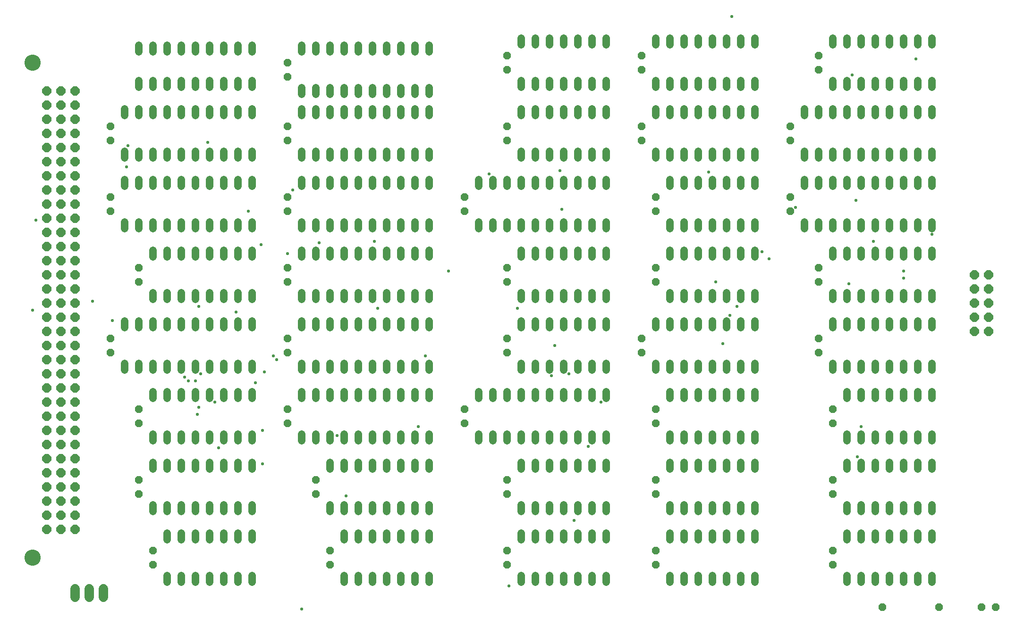
<source format=gbr>
G04 EAGLE Gerber RS-274X export*
G75*
%MOMM*%
%FSLAX34Y34*%
%LPD*%
%INSoldermask Top*%
%IPPOS*%
%AMOC8*
5,1,8,0,0,1.08239X$1,22.5*%
G01*
%ADD10C,1.346200*%
%ADD11P,1.457113X8X112.500000*%
%ADD12P,1.787026X8X292.500000*%
%ADD13P,1.787026X8X202.500000*%
%ADD14C,2.921000*%
%ADD15P,1.457113X8X202.500000*%
%ADD16P,1.457113X8X22.500000*%
%ADD17C,1.651000*%
%ADD18C,0.584200*%


D10*
X1168400Y717804D02*
X1168400Y729996D01*
X1193800Y729996D02*
X1193800Y717804D01*
X1320800Y717804D02*
X1320800Y729996D01*
X1320800Y794004D02*
X1320800Y806196D01*
X1219200Y729996D02*
X1219200Y717804D01*
X1244600Y717804D02*
X1244600Y729996D01*
X1295400Y729996D02*
X1295400Y717804D01*
X1270000Y717804D02*
X1270000Y729996D01*
X1295400Y794004D02*
X1295400Y806196D01*
X1270000Y806196D02*
X1270000Y794004D01*
X1244600Y794004D02*
X1244600Y806196D01*
X1219200Y806196D02*
X1219200Y794004D01*
X1193800Y794004D02*
X1193800Y806196D01*
X1168400Y806196D02*
X1168400Y794004D01*
X1168400Y602996D02*
X1168400Y590804D01*
X1193800Y590804D02*
X1193800Y602996D01*
X1320800Y602996D02*
X1320800Y590804D01*
X1320800Y667004D02*
X1320800Y679196D01*
X1219200Y602996D02*
X1219200Y590804D01*
X1244600Y590804D02*
X1244600Y602996D01*
X1295400Y602996D02*
X1295400Y590804D01*
X1270000Y590804D02*
X1270000Y602996D01*
X1295400Y667004D02*
X1295400Y679196D01*
X1270000Y679196D02*
X1270000Y667004D01*
X1244600Y667004D02*
X1244600Y679196D01*
X1219200Y679196D02*
X1219200Y667004D01*
X1193800Y667004D02*
X1193800Y679196D01*
X1168400Y679196D02*
X1168400Y667004D01*
X1409700Y717804D02*
X1409700Y729996D01*
X1435100Y729996D02*
X1435100Y717804D01*
X1562100Y717804D02*
X1562100Y729996D01*
X1587500Y729996D02*
X1587500Y717804D01*
X1460500Y717804D02*
X1460500Y729996D01*
X1485900Y729996D02*
X1485900Y717804D01*
X1536700Y717804D02*
X1536700Y729996D01*
X1511300Y729996D02*
X1511300Y717804D01*
X1612900Y717804D02*
X1612900Y729996D01*
X1638300Y729996D02*
X1638300Y717804D01*
X1638300Y794004D02*
X1638300Y806196D01*
X1612900Y806196D02*
X1612900Y794004D01*
X1587500Y794004D02*
X1587500Y806196D01*
X1562100Y806196D02*
X1562100Y794004D01*
X1536700Y794004D02*
X1536700Y806196D01*
X1511300Y806196D02*
X1511300Y794004D01*
X1485900Y794004D02*
X1485900Y806196D01*
X1460500Y806196D02*
X1460500Y794004D01*
X1435100Y794004D02*
X1435100Y806196D01*
X1409700Y806196D02*
X1409700Y794004D01*
X241300Y602996D02*
X241300Y590804D01*
X266700Y590804D02*
X266700Y602996D01*
X393700Y602996D02*
X393700Y590804D01*
X419100Y590804D02*
X419100Y602996D01*
X292100Y602996D02*
X292100Y590804D01*
X317500Y590804D02*
X317500Y602996D01*
X368300Y602996D02*
X368300Y590804D01*
X342900Y590804D02*
X342900Y602996D01*
X419100Y667004D02*
X419100Y679196D01*
X393700Y679196D02*
X393700Y667004D01*
X368300Y667004D02*
X368300Y679196D01*
X342900Y679196D02*
X342900Y667004D01*
X317500Y667004D02*
X317500Y679196D01*
X292100Y679196D02*
X292100Y667004D01*
X266700Y667004D02*
X266700Y679196D01*
X241300Y679196D02*
X241300Y667004D01*
X266700Y94996D02*
X266700Y82804D01*
X292100Y82804D02*
X292100Y94996D01*
X419100Y94996D02*
X419100Y82804D01*
X419100Y159004D02*
X419100Y171196D01*
X317500Y94996D02*
X317500Y82804D01*
X342900Y82804D02*
X342900Y94996D01*
X393700Y94996D02*
X393700Y82804D01*
X368300Y82804D02*
X368300Y94996D01*
X393700Y159004D02*
X393700Y171196D01*
X368300Y171196D02*
X368300Y159004D01*
X342900Y159004D02*
X342900Y171196D01*
X317500Y171196D02*
X317500Y159004D01*
X292100Y159004D02*
X292100Y171196D01*
X266700Y171196D02*
X266700Y159004D01*
X190500Y463804D02*
X190500Y475996D01*
X215900Y475996D02*
X215900Y463804D01*
X342900Y463804D02*
X342900Y475996D01*
X368300Y475996D02*
X368300Y463804D01*
X241300Y463804D02*
X241300Y475996D01*
X266700Y475996D02*
X266700Y463804D01*
X317500Y463804D02*
X317500Y475996D01*
X292100Y475996D02*
X292100Y463804D01*
X393700Y463804D02*
X393700Y475996D01*
X419100Y475996D02*
X419100Y463804D01*
X419100Y540004D02*
X419100Y552196D01*
X393700Y552196D02*
X393700Y540004D01*
X368300Y540004D02*
X368300Y552196D01*
X342900Y552196D02*
X342900Y540004D01*
X317500Y540004D02*
X317500Y552196D01*
X292100Y552196D02*
X292100Y540004D01*
X266700Y540004D02*
X266700Y552196D01*
X241300Y552196D02*
X241300Y540004D01*
X215900Y540004D02*
X215900Y552196D01*
X190500Y552196D02*
X190500Y540004D01*
X508000Y475996D02*
X508000Y463804D01*
X533400Y463804D02*
X533400Y475996D01*
X660400Y475996D02*
X660400Y463804D01*
X685800Y463804D02*
X685800Y475996D01*
X558800Y475996D02*
X558800Y463804D01*
X584200Y463804D02*
X584200Y475996D01*
X635000Y475996D02*
X635000Y463804D01*
X609600Y463804D02*
X609600Y475996D01*
X711200Y475996D02*
X711200Y463804D01*
X736600Y463804D02*
X736600Y475996D01*
X736600Y540004D02*
X736600Y552196D01*
X711200Y552196D02*
X711200Y540004D01*
X685800Y540004D02*
X685800Y552196D01*
X660400Y552196D02*
X660400Y540004D01*
X635000Y540004D02*
X635000Y552196D01*
X609600Y552196D02*
X609600Y540004D01*
X584200Y540004D02*
X584200Y552196D01*
X558800Y552196D02*
X558800Y540004D01*
X533400Y540004D02*
X533400Y552196D01*
X508000Y552196D02*
X508000Y540004D01*
X508000Y844804D02*
X508000Y856996D01*
X533400Y856996D02*
X533400Y844804D01*
X660400Y844804D02*
X660400Y856996D01*
X685800Y856996D02*
X685800Y844804D01*
X558800Y844804D02*
X558800Y856996D01*
X584200Y856996D02*
X584200Y844804D01*
X635000Y844804D02*
X635000Y856996D01*
X609600Y856996D02*
X609600Y844804D01*
X711200Y844804D02*
X711200Y856996D01*
X736600Y856996D02*
X736600Y844804D01*
X736600Y921004D02*
X736600Y933196D01*
X711200Y933196D02*
X711200Y921004D01*
X685800Y921004D02*
X685800Y933196D01*
X660400Y933196D02*
X660400Y921004D01*
X635000Y921004D02*
X635000Y933196D01*
X609600Y933196D02*
X609600Y921004D01*
X584200Y921004D02*
X584200Y933196D01*
X558800Y933196D02*
X558800Y921004D01*
X533400Y921004D02*
X533400Y933196D01*
X508000Y933196D02*
X508000Y921004D01*
X825500Y729996D02*
X825500Y717804D01*
X850900Y717804D02*
X850900Y729996D01*
X977900Y729996D02*
X977900Y717804D01*
X1003300Y717804D02*
X1003300Y729996D01*
X876300Y729996D02*
X876300Y717804D01*
X901700Y717804D02*
X901700Y729996D01*
X952500Y729996D02*
X952500Y717804D01*
X927100Y717804D02*
X927100Y729996D01*
X1028700Y729996D02*
X1028700Y717804D01*
X1054100Y717804D02*
X1054100Y729996D01*
X1054100Y794004D02*
X1054100Y806196D01*
X1028700Y806196D02*
X1028700Y794004D01*
X1003300Y794004D02*
X1003300Y806196D01*
X977900Y806196D02*
X977900Y794004D01*
X952500Y794004D02*
X952500Y806196D01*
X927100Y806196D02*
X927100Y794004D01*
X901700Y794004D02*
X901700Y806196D01*
X876300Y806196D02*
X876300Y794004D01*
X850900Y794004D02*
X850900Y806196D01*
X825500Y806196D02*
X825500Y794004D01*
X508000Y602996D02*
X508000Y590804D01*
X533400Y590804D02*
X533400Y602996D01*
X660400Y602996D02*
X660400Y590804D01*
X685800Y590804D02*
X685800Y602996D01*
X558800Y602996D02*
X558800Y590804D01*
X584200Y590804D02*
X584200Y602996D01*
X635000Y602996D02*
X635000Y590804D01*
X609600Y590804D02*
X609600Y602996D01*
X711200Y602996D02*
X711200Y590804D01*
X736600Y590804D02*
X736600Y602996D01*
X736600Y667004D02*
X736600Y679196D01*
X711200Y679196D02*
X711200Y667004D01*
X685800Y667004D02*
X685800Y679196D01*
X660400Y679196D02*
X660400Y667004D01*
X635000Y667004D02*
X635000Y679196D01*
X609600Y679196D02*
X609600Y667004D01*
X584200Y667004D02*
X584200Y679196D01*
X558800Y679196D02*
X558800Y667004D01*
X533400Y667004D02*
X533400Y679196D01*
X508000Y679196D02*
X508000Y667004D01*
X508000Y717804D02*
X508000Y729996D01*
X533400Y729996D02*
X533400Y717804D01*
X660400Y717804D02*
X660400Y729996D01*
X685800Y729996D02*
X685800Y717804D01*
X558800Y717804D02*
X558800Y729996D01*
X584200Y729996D02*
X584200Y717804D01*
X635000Y717804D02*
X635000Y729996D01*
X609600Y729996D02*
X609600Y717804D01*
X711200Y717804D02*
X711200Y729996D01*
X736600Y729996D02*
X736600Y717804D01*
X736600Y794004D02*
X736600Y806196D01*
X711200Y806196D02*
X711200Y794004D01*
X685800Y794004D02*
X685800Y806196D01*
X660400Y806196D02*
X660400Y794004D01*
X635000Y794004D02*
X635000Y806196D01*
X609600Y806196D02*
X609600Y794004D01*
X584200Y794004D02*
X584200Y806196D01*
X558800Y806196D02*
X558800Y794004D01*
X533400Y794004D02*
X533400Y806196D01*
X508000Y806196D02*
X508000Y794004D01*
X241300Y348996D02*
X241300Y336804D01*
X266700Y336804D02*
X266700Y348996D01*
X393700Y348996D02*
X393700Y336804D01*
X419100Y336804D02*
X419100Y348996D01*
X292100Y348996D02*
X292100Y336804D01*
X317500Y336804D02*
X317500Y348996D01*
X368300Y348996D02*
X368300Y336804D01*
X342900Y336804D02*
X342900Y348996D01*
X419100Y413004D02*
X419100Y425196D01*
X393700Y425196D02*
X393700Y413004D01*
X368300Y413004D02*
X368300Y425196D01*
X342900Y425196D02*
X342900Y413004D01*
X317500Y413004D02*
X317500Y425196D01*
X292100Y425196D02*
X292100Y413004D01*
X266700Y413004D02*
X266700Y425196D01*
X241300Y425196D02*
X241300Y413004D01*
X558800Y221996D02*
X558800Y209804D01*
X584200Y209804D02*
X584200Y221996D01*
X711200Y221996D02*
X711200Y209804D01*
X736600Y209804D02*
X736600Y221996D01*
X609600Y221996D02*
X609600Y209804D01*
X635000Y209804D02*
X635000Y221996D01*
X685800Y221996D02*
X685800Y209804D01*
X660400Y209804D02*
X660400Y221996D01*
X736600Y286004D02*
X736600Y298196D01*
X711200Y298196D02*
X711200Y286004D01*
X685800Y286004D02*
X685800Y298196D01*
X660400Y298196D02*
X660400Y286004D01*
X635000Y286004D02*
X635000Y298196D01*
X609600Y298196D02*
X609600Y286004D01*
X584200Y286004D02*
X584200Y298196D01*
X558800Y298196D02*
X558800Y286004D01*
X1168400Y221996D02*
X1168400Y209804D01*
X1193800Y209804D02*
X1193800Y221996D01*
X1320800Y221996D02*
X1320800Y209804D01*
X1320800Y286004D02*
X1320800Y298196D01*
X1219200Y221996D02*
X1219200Y209804D01*
X1244600Y209804D02*
X1244600Y221996D01*
X1295400Y221996D02*
X1295400Y209804D01*
X1270000Y209804D02*
X1270000Y221996D01*
X1295400Y286004D02*
X1295400Y298196D01*
X1270000Y298196D02*
X1270000Y286004D01*
X1244600Y286004D02*
X1244600Y298196D01*
X1219200Y298196D02*
X1219200Y286004D01*
X1193800Y286004D02*
X1193800Y298196D01*
X1168400Y298196D02*
X1168400Y286004D01*
X1485900Y94996D02*
X1485900Y82804D01*
X1511300Y82804D02*
X1511300Y94996D01*
X1638300Y94996D02*
X1638300Y82804D01*
X1638300Y159004D02*
X1638300Y171196D01*
X1536700Y94996D02*
X1536700Y82804D01*
X1562100Y82804D02*
X1562100Y94996D01*
X1612900Y94996D02*
X1612900Y82804D01*
X1587500Y82804D02*
X1587500Y94996D01*
X1612900Y159004D02*
X1612900Y171196D01*
X1587500Y171196D02*
X1587500Y159004D01*
X1562100Y159004D02*
X1562100Y171196D01*
X1536700Y171196D02*
X1536700Y159004D01*
X1511300Y159004D02*
X1511300Y171196D01*
X1485900Y171196D02*
X1485900Y159004D01*
X241300Y209804D02*
X241300Y221996D01*
X266700Y221996D02*
X266700Y209804D01*
X393700Y209804D02*
X393700Y221996D01*
X419100Y221996D02*
X419100Y209804D01*
X292100Y209804D02*
X292100Y221996D01*
X317500Y221996D02*
X317500Y209804D01*
X368300Y209804D02*
X368300Y221996D01*
X342900Y221996D02*
X342900Y209804D01*
X419100Y286004D02*
X419100Y298196D01*
X393700Y298196D02*
X393700Y286004D01*
X368300Y286004D02*
X368300Y298196D01*
X342900Y298196D02*
X342900Y286004D01*
X317500Y286004D02*
X317500Y298196D01*
X292100Y298196D02*
X292100Y286004D01*
X266700Y286004D02*
X266700Y298196D01*
X241300Y298196D02*
X241300Y286004D01*
X584200Y94996D02*
X584200Y82804D01*
X609600Y82804D02*
X609600Y94996D01*
X736600Y94996D02*
X736600Y82804D01*
X736600Y159004D02*
X736600Y171196D01*
X635000Y94996D02*
X635000Y82804D01*
X660400Y82804D02*
X660400Y94996D01*
X711200Y94996D02*
X711200Y82804D01*
X685800Y82804D02*
X685800Y94996D01*
X711200Y159004D02*
X711200Y171196D01*
X685800Y171196D02*
X685800Y159004D01*
X660400Y159004D02*
X660400Y171196D01*
X635000Y171196D02*
X635000Y159004D01*
X609600Y159004D02*
X609600Y171196D01*
X584200Y171196D02*
X584200Y159004D01*
X215900Y971804D02*
X215900Y983996D01*
X241300Y983996D02*
X241300Y971804D01*
X266700Y971804D02*
X266700Y983996D01*
X292100Y983996D02*
X292100Y971804D01*
X317500Y971804D02*
X317500Y983996D01*
X342900Y983996D02*
X342900Y971804D01*
X368300Y971804D02*
X368300Y983996D01*
X393700Y983996D02*
X393700Y971804D01*
X419100Y971804D02*
X419100Y983996D01*
X215900Y1035304D02*
X215900Y1047496D01*
X241300Y1047496D02*
X241300Y1035304D01*
X266700Y1035304D02*
X266700Y1047496D01*
X292100Y1047496D02*
X292100Y1035304D01*
X317500Y1035304D02*
X317500Y1047496D01*
X342900Y1047496D02*
X342900Y1035304D01*
X368300Y1035304D02*
X368300Y1047496D01*
X393700Y1047496D02*
X393700Y1035304D01*
X419100Y1035304D02*
X419100Y1047496D01*
X190500Y856996D02*
X190500Y844804D01*
X215900Y844804D02*
X215900Y856996D01*
X342900Y856996D02*
X342900Y844804D01*
X368300Y844804D02*
X368300Y856996D01*
X241300Y856996D02*
X241300Y844804D01*
X266700Y844804D02*
X266700Y856996D01*
X317500Y856996D02*
X317500Y844804D01*
X292100Y844804D02*
X292100Y856996D01*
X393700Y856996D02*
X393700Y844804D01*
X419100Y844804D02*
X419100Y856996D01*
X419100Y921004D02*
X419100Y933196D01*
X393700Y933196D02*
X393700Y921004D01*
X368300Y921004D02*
X368300Y933196D01*
X342900Y933196D02*
X342900Y921004D01*
X317500Y921004D02*
X317500Y933196D01*
X292100Y933196D02*
X292100Y921004D01*
X266700Y921004D02*
X266700Y933196D01*
X241300Y933196D02*
X241300Y921004D01*
X215900Y921004D02*
X215900Y933196D01*
X190500Y933196D02*
X190500Y921004D01*
X190500Y729996D02*
X190500Y717804D01*
X215900Y717804D02*
X215900Y729996D01*
X342900Y729996D02*
X342900Y717804D01*
X368300Y717804D02*
X368300Y729996D01*
X241300Y729996D02*
X241300Y717804D01*
X266700Y717804D02*
X266700Y729996D01*
X317500Y729996D02*
X317500Y717804D01*
X292100Y717804D02*
X292100Y729996D01*
X393700Y729996D02*
X393700Y717804D01*
X419100Y717804D02*
X419100Y729996D01*
X419100Y794004D02*
X419100Y806196D01*
X393700Y806196D02*
X393700Y794004D01*
X368300Y794004D02*
X368300Y806196D01*
X342900Y806196D02*
X342900Y794004D01*
X317500Y794004D02*
X317500Y806196D01*
X292100Y806196D02*
X292100Y794004D01*
X266700Y794004D02*
X266700Y806196D01*
X241300Y806196D02*
X241300Y794004D01*
X215900Y794004D02*
X215900Y806196D01*
X190500Y806196D02*
X190500Y794004D01*
X1143000Y844804D02*
X1143000Y856996D01*
X1168400Y856996D02*
X1168400Y844804D01*
X1295400Y844804D02*
X1295400Y856996D01*
X1320800Y856996D02*
X1320800Y844804D01*
X1193800Y844804D02*
X1193800Y856996D01*
X1219200Y856996D02*
X1219200Y844804D01*
X1270000Y844804D02*
X1270000Y856996D01*
X1244600Y856996D02*
X1244600Y844804D01*
X1320800Y921004D02*
X1320800Y933196D01*
X1295400Y933196D02*
X1295400Y921004D01*
X1270000Y921004D02*
X1270000Y933196D01*
X1244600Y933196D02*
X1244600Y921004D01*
X1219200Y921004D02*
X1219200Y933196D01*
X1193800Y933196D02*
X1193800Y921004D01*
X1168400Y921004D02*
X1168400Y933196D01*
X1143000Y933196D02*
X1143000Y921004D01*
X1143000Y475996D02*
X1143000Y463804D01*
X1168400Y463804D02*
X1168400Y475996D01*
X1295400Y475996D02*
X1295400Y463804D01*
X1320800Y463804D02*
X1320800Y475996D01*
X1193800Y475996D02*
X1193800Y463804D01*
X1219200Y463804D02*
X1219200Y475996D01*
X1270000Y475996D02*
X1270000Y463804D01*
X1244600Y463804D02*
X1244600Y475996D01*
X1320800Y540004D02*
X1320800Y552196D01*
X1295400Y552196D02*
X1295400Y540004D01*
X1270000Y540004D02*
X1270000Y552196D01*
X1244600Y552196D02*
X1244600Y540004D01*
X1219200Y540004D02*
X1219200Y552196D01*
X1193800Y552196D02*
X1193800Y540004D01*
X1168400Y540004D02*
X1168400Y552196D01*
X1143000Y552196D02*
X1143000Y540004D01*
X1143000Y971804D02*
X1143000Y983996D01*
X1168400Y983996D02*
X1168400Y971804D01*
X1295400Y971804D02*
X1295400Y983996D01*
X1320800Y983996D02*
X1320800Y971804D01*
X1193800Y971804D02*
X1193800Y983996D01*
X1219200Y983996D02*
X1219200Y971804D01*
X1270000Y971804D02*
X1270000Y983996D01*
X1244600Y983996D02*
X1244600Y971804D01*
X1320800Y1048004D02*
X1320800Y1060196D01*
X1295400Y1060196D02*
X1295400Y1048004D01*
X1270000Y1048004D02*
X1270000Y1060196D01*
X1244600Y1060196D02*
X1244600Y1048004D01*
X1219200Y1048004D02*
X1219200Y1060196D01*
X1193800Y1060196D02*
X1193800Y1048004D01*
X1168400Y1048004D02*
X1168400Y1060196D01*
X1143000Y1060196D02*
X1143000Y1048004D01*
X1460500Y602996D02*
X1460500Y590804D01*
X1485900Y590804D02*
X1485900Y602996D01*
X1612900Y602996D02*
X1612900Y590804D01*
X1638300Y590804D02*
X1638300Y602996D01*
X1511300Y602996D02*
X1511300Y590804D01*
X1536700Y590804D02*
X1536700Y602996D01*
X1587500Y602996D02*
X1587500Y590804D01*
X1562100Y590804D02*
X1562100Y602996D01*
X1638300Y667004D02*
X1638300Y679196D01*
X1612900Y679196D02*
X1612900Y667004D01*
X1587500Y667004D02*
X1587500Y679196D01*
X1562100Y679196D02*
X1562100Y667004D01*
X1536700Y667004D02*
X1536700Y679196D01*
X1511300Y679196D02*
X1511300Y667004D01*
X1485900Y667004D02*
X1485900Y679196D01*
X1460500Y679196D02*
X1460500Y667004D01*
X1409700Y844804D02*
X1409700Y856996D01*
X1435100Y856996D02*
X1435100Y844804D01*
X1562100Y844804D02*
X1562100Y856996D01*
X1587500Y856996D02*
X1587500Y844804D01*
X1460500Y844804D02*
X1460500Y856996D01*
X1485900Y856996D02*
X1485900Y844804D01*
X1536700Y844804D02*
X1536700Y856996D01*
X1511300Y856996D02*
X1511300Y844804D01*
X1612900Y844804D02*
X1612900Y856996D01*
X1638300Y856996D02*
X1638300Y844804D01*
X1638300Y921004D02*
X1638300Y933196D01*
X1612900Y933196D02*
X1612900Y921004D01*
X1587500Y921004D02*
X1587500Y933196D01*
X1562100Y933196D02*
X1562100Y921004D01*
X1536700Y921004D02*
X1536700Y933196D01*
X1511300Y933196D02*
X1511300Y921004D01*
X1485900Y921004D02*
X1485900Y933196D01*
X1460500Y933196D02*
X1460500Y921004D01*
X1435100Y921004D02*
X1435100Y933196D01*
X1409700Y933196D02*
X1409700Y921004D01*
X1460500Y971804D02*
X1460500Y983996D01*
X1485900Y983996D02*
X1485900Y971804D01*
X1612900Y971804D02*
X1612900Y983996D01*
X1638300Y983996D02*
X1638300Y971804D01*
X1511300Y971804D02*
X1511300Y983996D01*
X1536700Y983996D02*
X1536700Y971804D01*
X1587500Y971804D02*
X1587500Y983996D01*
X1562100Y983996D02*
X1562100Y971804D01*
X1638300Y1048004D02*
X1638300Y1060196D01*
X1612900Y1060196D02*
X1612900Y1048004D01*
X1587500Y1048004D02*
X1587500Y1060196D01*
X1562100Y1060196D02*
X1562100Y1048004D01*
X1536700Y1048004D02*
X1536700Y1060196D01*
X1511300Y1060196D02*
X1511300Y1048004D01*
X1485900Y1048004D02*
X1485900Y1060196D01*
X1460500Y1060196D02*
X1460500Y1048004D01*
D11*
X876300Y495300D03*
X876300Y520700D03*
X1143000Y114300D03*
X1143000Y139700D03*
X215900Y622300D03*
X215900Y647700D03*
X1384300Y876300D03*
X1384300Y901700D03*
X1117600Y495300D03*
X1117600Y520700D03*
X1143000Y368300D03*
X1143000Y393700D03*
X241300Y114300D03*
X241300Y139700D03*
X482600Y495300D03*
X482600Y520700D03*
X215900Y241300D03*
X215900Y266700D03*
X1117600Y876300D03*
X1117600Y901700D03*
X800100Y749300D03*
X800100Y774700D03*
X1460500Y368300D03*
X1460500Y393700D03*
X1435100Y1003300D03*
X1435100Y1028700D03*
X1117600Y1003300D03*
X1117600Y1028700D03*
X1460500Y241300D03*
X1460500Y266700D03*
X482600Y368300D03*
X482600Y393700D03*
X215900Y368300D03*
X215900Y393700D03*
X482600Y876300D03*
X482600Y901700D03*
X876300Y1003300D03*
X876300Y1028700D03*
X1143000Y241300D03*
X1143000Y266700D03*
X876300Y876300D03*
X876300Y901700D03*
X1460500Y114300D03*
X1460500Y139700D03*
X533400Y241300D03*
X533400Y266700D03*
X165100Y749300D03*
X165100Y774700D03*
X165100Y876300D03*
X165100Y901700D03*
X1384300Y749300D03*
X1384300Y774700D03*
X1435100Y622300D03*
X1435100Y647700D03*
X1143000Y749300D03*
X1143000Y774700D03*
X1143000Y622300D03*
X1143000Y647700D03*
X1435100Y495300D03*
X1435100Y520700D03*
X876300Y241300D03*
X876300Y266700D03*
X876300Y114300D03*
X876300Y139700D03*
X558800Y114300D03*
X558800Y139700D03*
X482600Y990600D03*
X482600Y1016000D03*
X876300Y622300D03*
X876300Y647700D03*
X165100Y495300D03*
X165100Y520700D03*
X800100Y368300D03*
X800100Y393700D03*
D10*
X901700Y221996D02*
X901700Y209804D01*
X927100Y209804D02*
X927100Y221996D01*
X1054100Y221996D02*
X1054100Y209804D01*
X1054100Y286004D02*
X1054100Y298196D01*
X952500Y221996D02*
X952500Y209804D01*
X977900Y209804D02*
X977900Y221996D01*
X1028700Y221996D02*
X1028700Y209804D01*
X1003300Y209804D02*
X1003300Y221996D01*
X1028700Y286004D02*
X1028700Y298196D01*
X1003300Y298196D02*
X1003300Y286004D01*
X977900Y286004D02*
X977900Y298196D01*
X952500Y298196D02*
X952500Y286004D01*
X927100Y286004D02*
X927100Y298196D01*
X901700Y298196D02*
X901700Y286004D01*
X901700Y94996D02*
X901700Y82804D01*
X927100Y82804D02*
X927100Y94996D01*
X1054100Y94996D02*
X1054100Y82804D01*
X1054100Y159004D02*
X1054100Y171196D01*
X952500Y94996D02*
X952500Y82804D01*
X977900Y82804D02*
X977900Y94996D01*
X1028700Y94996D02*
X1028700Y82804D01*
X1003300Y82804D02*
X1003300Y94996D01*
X1028700Y159004D02*
X1028700Y171196D01*
X1003300Y171196D02*
X1003300Y159004D01*
X977900Y159004D02*
X977900Y171196D01*
X952500Y171196D02*
X952500Y159004D01*
X927100Y159004D02*
X927100Y171196D01*
X901700Y171196D02*
X901700Y159004D01*
X901700Y844804D02*
X901700Y856996D01*
X927100Y856996D02*
X927100Y844804D01*
X1054100Y844804D02*
X1054100Y856996D01*
X1054100Y921004D02*
X1054100Y933196D01*
X952500Y856996D02*
X952500Y844804D01*
X977900Y844804D02*
X977900Y856996D01*
X1028700Y856996D02*
X1028700Y844804D01*
X1003300Y844804D02*
X1003300Y856996D01*
X1028700Y921004D02*
X1028700Y933196D01*
X1003300Y933196D02*
X1003300Y921004D01*
X977900Y921004D02*
X977900Y933196D01*
X952500Y933196D02*
X952500Y921004D01*
X927100Y921004D02*
X927100Y933196D01*
X901700Y933196D02*
X901700Y921004D01*
X508000Y348996D02*
X508000Y336804D01*
X533400Y336804D02*
X533400Y348996D01*
X660400Y348996D02*
X660400Y336804D01*
X685800Y336804D02*
X685800Y348996D01*
X558800Y348996D02*
X558800Y336804D01*
X584200Y336804D02*
X584200Y348996D01*
X635000Y348996D02*
X635000Y336804D01*
X609600Y336804D02*
X609600Y348996D01*
X711200Y348996D02*
X711200Y336804D01*
X736600Y336804D02*
X736600Y348996D01*
X736600Y413004D02*
X736600Y425196D01*
X711200Y425196D02*
X711200Y413004D01*
X685800Y413004D02*
X685800Y425196D01*
X660400Y425196D02*
X660400Y413004D01*
X635000Y413004D02*
X635000Y425196D01*
X609600Y425196D02*
X609600Y413004D01*
X584200Y413004D02*
X584200Y425196D01*
X558800Y425196D02*
X558800Y413004D01*
X533400Y413004D02*
X533400Y425196D01*
X508000Y425196D02*
X508000Y413004D01*
X825500Y348996D02*
X825500Y336804D01*
X850900Y336804D02*
X850900Y348996D01*
X977900Y348996D02*
X977900Y336804D01*
X1003300Y336804D02*
X1003300Y348996D01*
X876300Y348996D02*
X876300Y336804D01*
X901700Y336804D02*
X901700Y348996D01*
X952500Y348996D02*
X952500Y336804D01*
X927100Y336804D02*
X927100Y348996D01*
X1028700Y348996D02*
X1028700Y336804D01*
X1054100Y336804D02*
X1054100Y348996D01*
X1054100Y413004D02*
X1054100Y425196D01*
X1028700Y425196D02*
X1028700Y413004D01*
X1003300Y413004D02*
X1003300Y425196D01*
X977900Y425196D02*
X977900Y413004D01*
X952500Y413004D02*
X952500Y425196D01*
X927100Y425196D02*
X927100Y413004D01*
X901700Y413004D02*
X901700Y425196D01*
X876300Y425196D02*
X876300Y413004D01*
X850900Y413004D02*
X850900Y425196D01*
X825500Y425196D02*
X825500Y413004D01*
X508000Y959104D02*
X508000Y971296D01*
X533400Y971296D02*
X533400Y959104D01*
X660400Y959104D02*
X660400Y971296D01*
X685800Y971296D02*
X685800Y959104D01*
X558800Y959104D02*
X558800Y971296D01*
X584200Y971296D02*
X584200Y959104D01*
X635000Y959104D02*
X635000Y971296D01*
X609600Y971296D02*
X609600Y959104D01*
X711200Y959104D02*
X711200Y971296D01*
X736600Y971296D02*
X736600Y959104D01*
X736600Y1035304D02*
X736600Y1047496D01*
X711200Y1047496D02*
X711200Y1035304D01*
X685800Y1035304D02*
X685800Y1047496D01*
X660400Y1047496D02*
X660400Y1035304D01*
X635000Y1035304D02*
X635000Y1047496D01*
X609600Y1047496D02*
X609600Y1035304D01*
X584200Y1035304D02*
X584200Y1047496D01*
X558800Y1047496D02*
X558800Y1035304D01*
X533400Y1035304D02*
X533400Y1047496D01*
X508000Y1047496D02*
X508000Y1035304D01*
X901700Y602996D02*
X901700Y590804D01*
X927100Y590804D02*
X927100Y602996D01*
X1054100Y602996D02*
X1054100Y590804D01*
X1054100Y667004D02*
X1054100Y679196D01*
X952500Y602996D02*
X952500Y590804D01*
X977900Y590804D02*
X977900Y602996D01*
X1028700Y602996D02*
X1028700Y590804D01*
X1003300Y590804D02*
X1003300Y602996D01*
X1028700Y667004D02*
X1028700Y679196D01*
X1003300Y679196D02*
X1003300Y667004D01*
X977900Y667004D02*
X977900Y679196D01*
X952500Y679196D02*
X952500Y667004D01*
X927100Y667004D02*
X927100Y679196D01*
X901700Y679196D02*
X901700Y667004D01*
X901700Y475996D02*
X901700Y463804D01*
X927100Y463804D02*
X927100Y475996D01*
X1054100Y475996D02*
X1054100Y463804D01*
X1054100Y540004D02*
X1054100Y552196D01*
X952500Y475996D02*
X952500Y463804D01*
X977900Y463804D02*
X977900Y475996D01*
X1028700Y475996D02*
X1028700Y463804D01*
X1003300Y463804D02*
X1003300Y475996D01*
X1028700Y540004D02*
X1028700Y552196D01*
X1003300Y552196D02*
X1003300Y540004D01*
X977900Y540004D02*
X977900Y552196D01*
X952500Y552196D02*
X952500Y540004D01*
X927100Y540004D02*
X927100Y552196D01*
X901700Y552196D02*
X901700Y540004D01*
X901700Y971804D02*
X901700Y983996D01*
X927100Y983996D02*
X927100Y971804D01*
X1054100Y971804D02*
X1054100Y983996D01*
X1054100Y1048004D02*
X1054100Y1060196D01*
X952500Y983996D02*
X952500Y971804D01*
X977900Y971804D02*
X977900Y983996D01*
X1028700Y983996D02*
X1028700Y971804D01*
X1003300Y971804D02*
X1003300Y983996D01*
X1028700Y1048004D02*
X1028700Y1060196D01*
X1003300Y1060196D02*
X1003300Y1048004D01*
X977900Y1048004D02*
X977900Y1060196D01*
X952500Y1060196D02*
X952500Y1048004D01*
X927100Y1048004D02*
X927100Y1060196D01*
X901700Y1060196D02*
X901700Y1048004D01*
X1485900Y221996D02*
X1485900Y209804D01*
X1511300Y209804D02*
X1511300Y221996D01*
X1638300Y221996D02*
X1638300Y209804D01*
X1638300Y286004D02*
X1638300Y298196D01*
X1536700Y221996D02*
X1536700Y209804D01*
X1562100Y209804D02*
X1562100Y221996D01*
X1612900Y221996D02*
X1612900Y209804D01*
X1587500Y209804D02*
X1587500Y221996D01*
X1612900Y286004D02*
X1612900Y298196D01*
X1587500Y298196D02*
X1587500Y286004D01*
X1562100Y286004D02*
X1562100Y298196D01*
X1536700Y298196D02*
X1536700Y286004D01*
X1511300Y286004D02*
X1511300Y298196D01*
X1485900Y298196D02*
X1485900Y286004D01*
X1485900Y336804D02*
X1485900Y348996D01*
X1511300Y348996D02*
X1511300Y336804D01*
X1638300Y336804D02*
X1638300Y348996D01*
X1638300Y413004D02*
X1638300Y425196D01*
X1536700Y348996D02*
X1536700Y336804D01*
X1562100Y336804D02*
X1562100Y348996D01*
X1612900Y348996D02*
X1612900Y336804D01*
X1587500Y336804D02*
X1587500Y348996D01*
X1612900Y413004D02*
X1612900Y425196D01*
X1587500Y425196D02*
X1587500Y413004D01*
X1562100Y413004D02*
X1562100Y425196D01*
X1536700Y425196D02*
X1536700Y413004D01*
X1511300Y413004D02*
X1511300Y425196D01*
X1485900Y425196D02*
X1485900Y413004D01*
X1168400Y348996D02*
X1168400Y336804D01*
X1193800Y336804D02*
X1193800Y348996D01*
X1320800Y348996D02*
X1320800Y336804D01*
X1320800Y413004D02*
X1320800Y425196D01*
X1219200Y348996D02*
X1219200Y336804D01*
X1244600Y336804D02*
X1244600Y348996D01*
X1295400Y348996D02*
X1295400Y336804D01*
X1270000Y336804D02*
X1270000Y348996D01*
X1295400Y413004D02*
X1295400Y425196D01*
X1270000Y425196D02*
X1270000Y413004D01*
X1244600Y413004D02*
X1244600Y425196D01*
X1219200Y425196D02*
X1219200Y413004D01*
X1193800Y413004D02*
X1193800Y425196D01*
X1168400Y425196D02*
X1168400Y413004D01*
X1168400Y94996D02*
X1168400Y82804D01*
X1193800Y82804D02*
X1193800Y94996D01*
X1320800Y94996D02*
X1320800Y82804D01*
X1320800Y159004D02*
X1320800Y171196D01*
X1219200Y94996D02*
X1219200Y82804D01*
X1244600Y82804D02*
X1244600Y94996D01*
X1295400Y94996D02*
X1295400Y82804D01*
X1270000Y82804D02*
X1270000Y94996D01*
X1295400Y159004D02*
X1295400Y171196D01*
X1270000Y171196D02*
X1270000Y159004D01*
X1244600Y159004D02*
X1244600Y171196D01*
X1219200Y171196D02*
X1219200Y159004D01*
X1193800Y159004D02*
X1193800Y171196D01*
X1168400Y171196D02*
X1168400Y159004D01*
X1460500Y463804D02*
X1460500Y475996D01*
X1485900Y475996D02*
X1485900Y463804D01*
X1612900Y463804D02*
X1612900Y475996D01*
X1638300Y475996D02*
X1638300Y463804D01*
X1511300Y463804D02*
X1511300Y475996D01*
X1536700Y475996D02*
X1536700Y463804D01*
X1587500Y463804D02*
X1587500Y475996D01*
X1562100Y475996D02*
X1562100Y463804D01*
X1638300Y540004D02*
X1638300Y552196D01*
X1612900Y552196D02*
X1612900Y540004D01*
X1587500Y540004D02*
X1587500Y552196D01*
X1562100Y552196D02*
X1562100Y540004D01*
X1536700Y540004D02*
X1536700Y552196D01*
X1511300Y552196D02*
X1511300Y540004D01*
X1485900Y540004D02*
X1485900Y552196D01*
X1460500Y552196D02*
X1460500Y540004D01*
D11*
X482600Y749300D03*
X482600Y774700D03*
X482600Y622300D03*
X482600Y647700D03*
D12*
X1714500Y635000D03*
X1714500Y609600D03*
X1714500Y584200D03*
X1714500Y558800D03*
X1714500Y533400D03*
X1739900Y635000D03*
X1739900Y609600D03*
X1739900Y584200D03*
X1739900Y558800D03*
X1739900Y533400D03*
D13*
X50800Y177800D03*
X50800Y203200D03*
X50800Y228600D03*
X50800Y254000D03*
X50800Y279400D03*
X50800Y304800D03*
X50800Y330200D03*
X50800Y355600D03*
X50800Y381000D03*
X50800Y406400D03*
X50800Y431800D03*
X50800Y457200D03*
X50800Y482600D03*
X50800Y508000D03*
X50800Y533400D03*
X50800Y558800D03*
X76200Y177800D03*
X76200Y203200D03*
X76200Y228600D03*
X76200Y254000D03*
X76200Y279400D03*
X76200Y304800D03*
X76200Y330200D03*
X76200Y355600D03*
X76200Y381000D03*
X76200Y406400D03*
X76200Y431800D03*
X76200Y457200D03*
X76200Y482600D03*
X76200Y508000D03*
X76200Y533400D03*
X76200Y558800D03*
X101600Y177800D03*
X101600Y203200D03*
X101600Y228600D03*
X101600Y254000D03*
X101600Y279400D03*
X101600Y304800D03*
X101600Y330200D03*
X101600Y355600D03*
X101600Y381000D03*
X101600Y406400D03*
X101600Y431800D03*
X101600Y457200D03*
X101600Y482600D03*
X101600Y508000D03*
X101600Y533400D03*
X101600Y558800D03*
X50800Y584200D03*
X50800Y609600D03*
X50800Y635000D03*
X50800Y660400D03*
X50800Y685800D03*
X50800Y711200D03*
X50800Y736600D03*
X50800Y762000D03*
X50800Y787400D03*
X50800Y812800D03*
X50800Y838200D03*
X50800Y863600D03*
X50800Y889000D03*
X50800Y914400D03*
X50800Y939800D03*
X50800Y965200D03*
X76200Y584200D03*
X76200Y609600D03*
X76200Y635000D03*
X76200Y660400D03*
X76200Y685800D03*
X76200Y711200D03*
X76200Y736600D03*
X76200Y762000D03*
X76200Y787400D03*
X76200Y812800D03*
X76200Y838200D03*
X76200Y863600D03*
X76200Y889000D03*
X76200Y914400D03*
X76200Y939800D03*
X76200Y965200D03*
X101600Y584200D03*
X101600Y609600D03*
X101600Y635000D03*
X101600Y660400D03*
X101600Y685800D03*
X101600Y711200D03*
X101600Y736600D03*
X101600Y762000D03*
X101600Y787400D03*
X101600Y812800D03*
X101600Y838200D03*
X101600Y863600D03*
X101600Y889000D03*
X101600Y914400D03*
X101600Y939800D03*
X101600Y965200D03*
D14*
X25400Y1016064D03*
X25400Y126936D03*
D15*
X1752600Y38100D03*
X1727200Y38100D03*
D16*
X1549400Y38100D03*
X1651000Y38100D03*
D17*
X101600Y55880D02*
X101600Y71120D01*
X127000Y71120D02*
X127000Y55880D01*
X152400Y55880D02*
X152400Y71120D01*
D18*
X539750Y692150D03*
X638175Y695325D03*
X1238250Y819150D03*
X971550Y822325D03*
X320675Y384175D03*
X323850Y396875D03*
X339725Y873125D03*
X644525Y574675D03*
X317500Y444500D03*
X327025Y457200D03*
X879475Y76200D03*
X771525Y641350D03*
X955675Y454025D03*
X987425Y457200D03*
X492125Y787400D03*
X962025Y508000D03*
X1263650Y511175D03*
X1346200Y663575D03*
X1333500Y676275D03*
X730250Y488950D03*
X844550Y815975D03*
X974725Y752475D03*
X996950Y193675D03*
X438150Y355600D03*
X25400Y571500D03*
X1279525Y1098550D03*
X1489075Y619125D03*
X1393825Y755650D03*
X390525Y568325D03*
X434975Y688975D03*
X1250950Y622300D03*
X425450Y441325D03*
X298450Y450850D03*
X438150Y295275D03*
X304800Y444500D03*
X482600Y673100D03*
X587375Y238125D03*
X441325Y460375D03*
X323850Y577850D03*
X412750Y749300D03*
X571500Y346075D03*
X352425Y406400D03*
X463550Y482600D03*
X457200Y488950D03*
X508000Y34925D03*
X1289050Y577850D03*
X193675Y828675D03*
X196850Y866775D03*
X133350Y587375D03*
X168275Y552450D03*
X358775Y323850D03*
X31750Y733425D03*
X1638300Y708025D03*
X1533525Y695325D03*
X1501775Y768350D03*
X1609725Y1022350D03*
X1495425Y993775D03*
X717550Y361950D03*
X895350Y574675D03*
X1022350Y327025D03*
X1044575Y406400D03*
X1504950Y307975D03*
X1276350Y561975D03*
X1511300Y361950D03*
X1587500Y641350D03*
X1587500Y628650D03*
M02*

</source>
